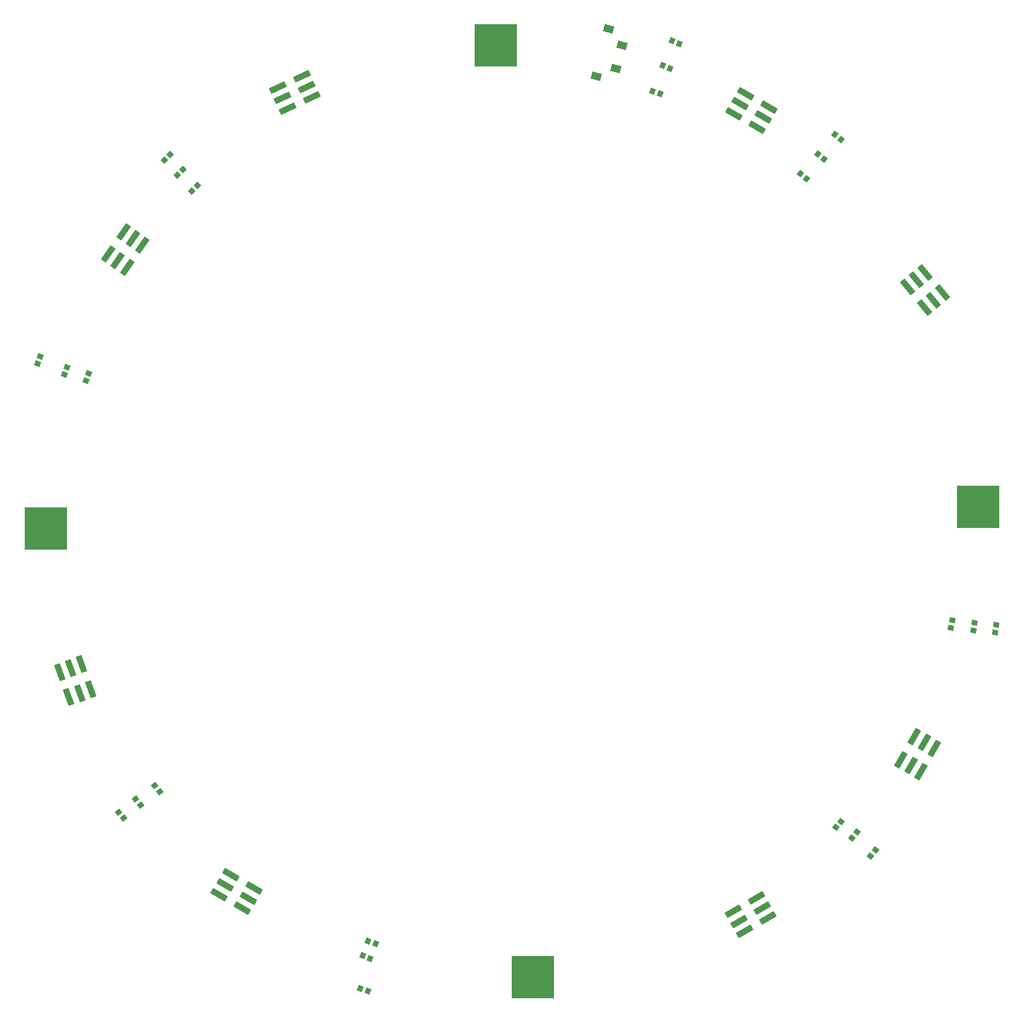
<source format=gtp>
G04*
G04 #@! TF.GenerationSoftware,Altium Limited,Altium Designer,22.9.1 (49)*
G04*
G04 Layer_Color=8421504*
%FSLAX25Y25*%
%MOIN*%
G70*
G04*
G04 #@! TF.SameCoordinates,8A5C06B3-4C5D-48ED-891A-8E98A4BE319D*
G04*
G04*
G04 #@! TF.FilePolarity,Positive*
G04*
G01*
G75*
G04:AMPARAMS|DCode=15|XSize=110.24mil|YSize=39.37mil|CornerRadius=0mil|HoleSize=0mil|Usage=FLASHONLY|Rotation=330.000|XOffset=0mil|YOffset=0mil|HoleType=Round|Shape=Rectangle|*
%AMROTATEDRECTD15*
4,1,4,-0.05758,0.01051,-0.03789,0.04461,0.05758,-0.01051,0.03789,-0.04461,-0.05758,0.01051,0.0*
%
%ADD15ROTATEDRECTD15*%

G04:AMPARAMS|DCode=16|XSize=110.24mil|YSize=39.37mil|CornerRadius=0mil|HoleSize=0mil|Usage=FLASHONLY|Rotation=25.000|XOffset=0mil|YOffset=0mil|HoleType=Round|Shape=Rectangle|*
%AMROTATEDRECTD16*
4,1,4,-0.04164,-0.04114,-0.05827,-0.00545,0.04164,0.04114,0.05827,0.00545,-0.04164,-0.04114,0.0*
%
%ADD16ROTATEDRECTD16*%

%ADD17R,0.27559X0.27559*%
G04:AMPARAMS|DCode=18|XSize=110.24mil|YSize=39.37mil|CornerRadius=0mil|HoleSize=0mil|Usage=FLASHONLY|Rotation=210.000|XOffset=0mil|YOffset=0mil|HoleType=Round|Shape=Rectangle|*
%AMROTATEDRECTD18*
4,1,4,0.03789,0.04461,0.05758,0.01051,-0.03789,-0.04461,-0.05758,-0.01051,0.03789,0.04461,0.0*
%
%ADD18ROTATEDRECTD18*%

G04:AMPARAMS|DCode=19|XSize=110.24mil|YSize=39.37mil|CornerRadius=0mil|HoleSize=0mil|Usage=FLASHONLY|Rotation=240.000|XOffset=0mil|YOffset=0mil|HoleType=Round|Shape=Rectangle|*
%AMROTATEDRECTD19*
4,1,4,0.01051,0.05758,0.04461,0.03789,-0.01051,-0.05758,-0.04461,-0.03789,0.01051,0.05758,0.0*
%
%ADD19ROTATEDRECTD19*%

G04:AMPARAMS|DCode=20|XSize=47.24mil|YSize=62.99mil|CornerRadius=0mil|HoleSize=0mil|Usage=FLASHONLY|Rotation=75.000|XOffset=0mil|YOffset=0mil|HoleType=Round|Shape=Rectangle|*
%AMROTATEDRECTD20*
4,1,4,0.02431,-0.03097,-0.03654,-0.01467,-0.02431,0.03097,0.03654,0.01467,0.02431,-0.03097,0.0*
%
%ADD20ROTATEDRECTD20*%

%ADD21R,0.27559X0.27559*%
G04:AMPARAMS|DCode=22|XSize=110.24mil|YSize=39.37mil|CornerRadius=0mil|HoleSize=0mil|Usage=FLASHONLY|Rotation=310.000|XOffset=0mil|YOffset=0mil|HoleType=Round|Shape=Rectangle|*
%AMROTATEDRECTD22*
4,1,4,-0.05051,0.02957,-0.02035,0.05488,0.05051,-0.02957,0.02035,-0.05488,-0.05051,0.02957,0.0*
%
%ADD22ROTATEDRECTD22*%

G04:AMPARAMS|DCode=23|XSize=110.24mil|YSize=39.37mil|CornerRadius=0mil|HoleSize=0mil|Usage=FLASHONLY|Rotation=55.000|XOffset=0mil|YOffset=0mil|HoleType=Round|Shape=Rectangle|*
%AMROTATEDRECTD23*
4,1,4,-0.01549,-0.05644,-0.04774,-0.03386,0.01549,0.05644,0.04774,0.03386,-0.01549,-0.05644,0.0*
%
%ADD23ROTATEDRECTD23*%

G04:AMPARAMS|DCode=24|XSize=110.24mil|YSize=39.37mil|CornerRadius=0mil|HoleSize=0mil|Usage=FLASHONLY|Rotation=110.000|XOffset=0mil|YOffset=0mil|HoleType=Round|Shape=Rectangle|*
%AMROTATEDRECTD24*
4,1,4,0.03735,-0.04506,0.00035,-0.05853,-0.03735,0.04506,-0.00035,0.05853,0.03735,-0.04506,0.0*
%
%ADD24ROTATEDRECTD24*%

G04:AMPARAMS|DCode=25|XSize=37.4mil|YSize=33.47mil|CornerRadius=0mil|HoleSize=0mil|Usage=FLASHONLY|Rotation=320.000|XOffset=0mil|YOffset=0mil|HoleType=Round|Shape=Rectangle|*
%AMROTATEDRECTD25*
4,1,4,-0.02508,-0.00080,-0.00357,0.02484,0.02508,0.00080,0.00357,-0.02484,-0.02508,-0.00080,0.0*
%
%ADD25ROTATEDRECTD25*%

G04:AMPARAMS|DCode=26|XSize=37.4mil|YSize=33.47mil|CornerRadius=0mil|HoleSize=0mil|Usage=FLASHONLY|Rotation=220.000|XOffset=0mil|YOffset=0mil|HoleType=Round|Shape=Rectangle|*
%AMROTATEDRECTD26*
4,1,4,0.00357,0.02484,0.02508,-0.00080,-0.00357,-0.02484,-0.02508,0.00080,0.00357,0.02484,0.0*
%
%ADD26ROTATEDRECTD26*%

G04:AMPARAMS|DCode=27|XSize=37.4mil|YSize=33.47mil|CornerRadius=0mil|HoleSize=0mil|Usage=FLASHONLY|Rotation=160.000|XOffset=0mil|YOffset=0mil|HoleType=Round|Shape=Rectangle|*
%AMROTATEDRECTD27*
4,1,4,0.02330,0.00933,0.01185,-0.02212,-0.02330,-0.00933,-0.01185,0.02212,0.02330,0.00933,0.0*
%
%ADD27ROTATEDRECTD27*%

G04:AMPARAMS|DCode=28|XSize=37.4mil|YSize=33.47mil|CornerRadius=0mil|HoleSize=0mil|Usage=FLASHONLY|Rotation=135.000|XOffset=0mil|YOffset=0mil|HoleType=Round|Shape=Rectangle|*
%AMROTATEDRECTD28*
4,1,4,0.02506,-0.00139,0.00139,-0.02506,-0.02506,0.00139,-0.00139,0.02506,0.02506,-0.00139,0.0*
%
%ADD28ROTATEDRECTD28*%

G04:AMPARAMS|DCode=29|XSize=37.4mil|YSize=33.47mil|CornerRadius=0mil|HoleSize=0mil|Usage=FLASHONLY|Rotation=250.000|XOffset=0mil|YOffset=0mil|HoleType=Round|Shape=Rectangle|*
%AMROTATEDRECTD29*
4,1,4,-0.00933,0.02330,0.02212,0.01185,0.00933,-0.02330,-0.02212,-0.01185,-0.00933,0.02330,0.0*
%
%ADD29ROTATEDRECTD29*%

G04:AMPARAMS|DCode=30|XSize=37.4mil|YSize=33.47mil|CornerRadius=0mil|HoleSize=0mil|Usage=FLASHONLY|Rotation=350.000|XOffset=0mil|YOffset=0mil|HoleType=Round|Shape=Rectangle|*
%AMROTATEDRECTD30*
4,1,4,-0.02132,-0.01323,-0.01551,0.01973,0.02132,0.01323,0.01551,-0.01973,-0.02132,-0.01323,0.0*
%
%ADD30ROTATEDRECTD30*%

G04:AMPARAMS|DCode=31|XSize=37.4mil|YSize=33.47mil|CornerRadius=0mil|HoleSize=0mil|Usage=FLASHONLY|Rotation=50.000|XOffset=0mil|YOffset=0mil|HoleType=Round|Shape=Rectangle|*
%AMROTATEDRECTD31*
4,1,4,0.00080,-0.02508,-0.02484,-0.00357,-0.00080,0.02508,0.02484,0.00357,0.00080,-0.02508,0.0*
%
%ADD31ROTATEDRECTD31*%

D15*
X1287261Y1128691D02*
D03*
X1272259Y1137353D02*
D03*
X1291001Y1135169D02*
D03*
X1275999Y1143831D02*
D03*
X1294741Y1141647D02*
D03*
X1279739Y1150309D02*
D03*
X946739Y644809D02*
D03*
X961741Y636147D02*
D03*
X942999Y638331D02*
D03*
X958001Y629669D02*
D03*
X939259Y631852D02*
D03*
X954261Y623191D02*
D03*
D16*
X999000Y1148000D02*
D03*
X983300Y1140679D02*
D03*
X995839Y1154779D02*
D03*
X980139Y1147458D02*
D03*
X992677Y1161559D02*
D03*
X976978Y1154238D02*
D03*
D17*
X1142000Y578500D02*
D03*
X1118000Y1181500D02*
D03*
D18*
X1271759Y621147D02*
D03*
X1286761Y629809D02*
D03*
X1275499Y614669D02*
D03*
X1290501Y623331D02*
D03*
X1279239Y608191D02*
D03*
X1294241Y616853D02*
D03*
D19*
X1380191Y719239D02*
D03*
X1388853Y734241D02*
D03*
X1386669Y715499D02*
D03*
X1395331Y730501D02*
D03*
X1393147Y711759D02*
D03*
X1401809Y726761D02*
D03*
D20*
X1195786Y1166468D02*
D03*
X1191263Y1192135D02*
D03*
X1199862Y1181679D02*
D03*
X1183111Y1161712D02*
D03*
D21*
X1430000Y883000D02*
D03*
X827000Y869000D02*
D03*
D22*
X1395539Y1011884D02*
D03*
X1384405Y1025154D02*
D03*
X1401270Y1016692D02*
D03*
X1390135Y1029962D02*
D03*
X1407000Y1021500D02*
D03*
X1395865Y1034770D02*
D03*
D23*
X889596Y1052305D02*
D03*
X879659Y1038114D02*
D03*
X883468Y1056595D02*
D03*
X873532Y1042405D02*
D03*
X877340Y1060886D02*
D03*
X867404Y1046696D02*
D03*
D24*
X850067Y781198D02*
D03*
X855992Y764919D02*
D03*
X843038Y778639D02*
D03*
X848962Y762361D02*
D03*
X836008Y776081D02*
D03*
X841933Y759802D02*
D03*
D25*
X1363645Y660960D02*
D03*
X1360355Y657040D02*
D03*
X1351645Y672460D02*
D03*
X1348355Y668540D02*
D03*
X1341290Y679421D02*
D03*
X1338000Y675500D02*
D03*
D26*
X877500Y681500D02*
D03*
X874210Y685421D02*
D03*
X888500Y690000D02*
D03*
X885210Y693921D02*
D03*
X900645Y698540D02*
D03*
X897355Y702460D02*
D03*
D27*
X823375Y980405D02*
D03*
X821625Y975595D02*
D03*
X840751Y973309D02*
D03*
X839000Y968500D02*
D03*
X854875Y969405D02*
D03*
X853125Y964595D02*
D03*
D28*
X921381Y1087381D02*
D03*
X925000Y1091000D02*
D03*
X912190Y1097690D02*
D03*
X915810Y1101309D02*
D03*
X903881Y1107381D02*
D03*
X907500Y1111000D02*
D03*
D29*
X1040405Y600125D02*
D03*
X1035595Y601875D02*
D03*
X1036809Y590750D02*
D03*
X1032000Y592500D02*
D03*
X1035405Y569625D02*
D03*
X1030595Y571375D02*
D03*
X1219595Y1151875D02*
D03*
X1224405Y1150125D02*
D03*
X1226000Y1168500D02*
D03*
X1230809Y1166749D02*
D03*
X1232000Y1184500D02*
D03*
X1236809Y1182749D02*
D03*
D30*
X1413444Y809520D02*
D03*
X1412556Y804480D02*
D03*
X1427889Y808040D02*
D03*
X1427000Y803000D02*
D03*
X1441889Y806540D02*
D03*
X1441000Y801500D02*
D03*
D31*
X1315040Y1098645D02*
D03*
X1318960Y1095355D02*
D03*
X1326579Y1111290D02*
D03*
X1330500Y1108000D02*
D03*
X1337579Y1123790D02*
D03*
X1341500Y1120500D02*
D03*
M02*

</source>
